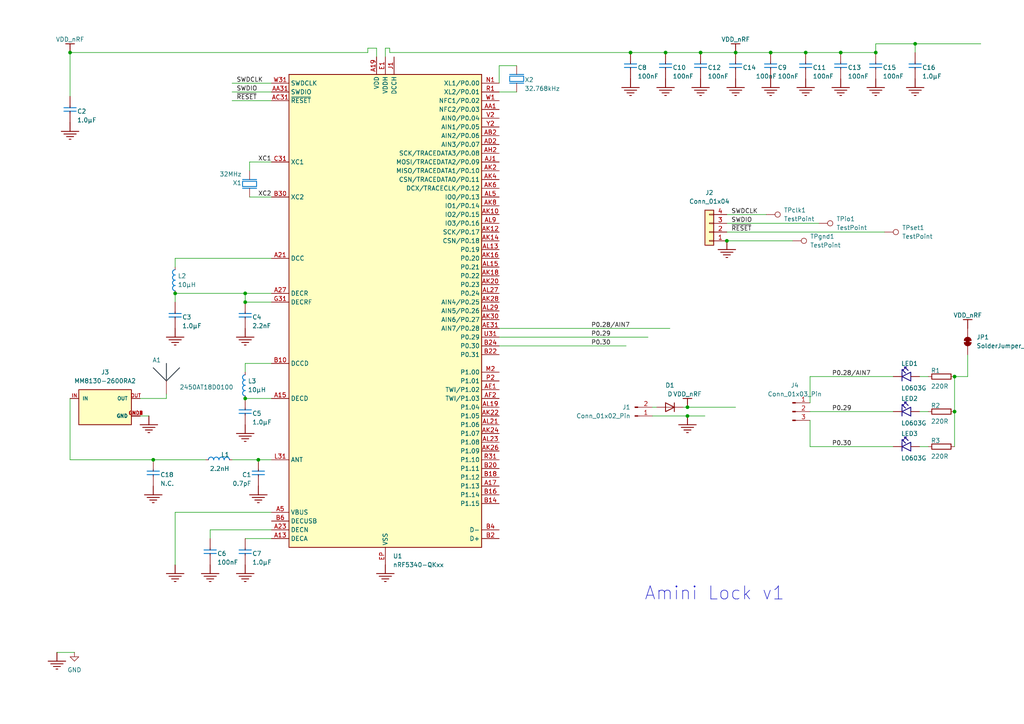
<source format=kicad_sch>
(kicad_sch (version 20231120) (generator "eeschema") (generator_version "8.0")
  (paper "A4")
  (junction (at 193.04 15.24))
  (junction (at 276.86 119.38))
  (junction (at 203.2 15.24))
  (junction (at 254 15.24))
  (junction (at 243.84 15.24))
  (junction (at 182.88 15.24))
  (junction (at 265.43 12.7))
  (junction (at 44.45 133.35))
  (junction (at 71.12 85.09))
  (junction (at 20.32 15.24))
  (junction (at 71.12 87.63))
  (junction (at 74.93 133.35))
  (junction (at 213.36 15.24))
  (junction (at 233.68 15.24))
  (junction (at 71.12 115.57))
  (junction (at 199.39 120.65))
  (junction (at 50.8 85.09))
  (junction (at 223.52 15.24))
  (junction (at 210.82 69.85))
  (junction (at 276.86 109.22))
  (junction (at 199.39 118.11))
  (wire (pts (xy 204.47 120.65) (xy 199.39 120.65)))
  (wire (pts (xy 144.78 100.33) (xy 181.61 100.33)))
  (wire (pts (xy 237.49 64.77) (xy 210.82 64.77)))
  (wire (pts (xy 74.93 133.35) (xy 78.74 133.35)))
  (wire (pts (xy 111.76 13.97) (xy 111.76 16.51)))
  (wire (pts (xy 189.23 118.11) (xy 190.5 118.11)))
  (wire (pts (xy 106.68 13.97) (xy 106.68 15.24)))
  (wire (pts (xy 78.74 74.93) (xy 50.8 74.93)))
  (wire (pts (xy 265.43 12.7) (xy 254 12.7)))
  (wire (pts (xy 254 12.7) (xy 254 15.24)))
  (wire (pts (xy 78.74 153.67) (xy 60.96 153.67)))
  (wire (pts (xy 78.74 115.57) (xy 71.12 115.57)))
  (wire (pts (xy 203.2 15.24) (xy 213.36 15.24)))
  (wire (pts (xy 72.39 46.99) (xy 72.39 49.53)))
  (wire (pts (xy 44.45 133.35) (xy 59.69 133.35)))
  (wire (pts (xy 78.74 85.09) (xy 71.12 85.09)))
  (wire (pts (xy 269.24 129.54) (xy 266.7 129.54)))
  (wire (pts (xy 50.8 74.93) (xy 50.8 77.47)))
  (wire (pts (xy 50.8 148.59) (xy 78.74 148.59)))
  (wire (pts (xy 276.86 119.38) (xy 276.86 109.22)))
  (wire (pts (xy 72.39 46.99) (xy 78.74 46.99)))
  (wire (pts (xy 106.68 13.97) (xy 109.22 13.97)))
  (wire (pts (xy 48.26 115.57) (xy 40.64 115.57)))
  (wire (pts (xy 234.95 119.38) (xy 259.08 119.38)))
  (wire (pts (xy 210.82 69.85) (xy 229.87 69.85)))
  (wire (pts (xy 234.95 109.22) (xy 234.95 116.84)))
  (wire (pts (xy 50.8 85.09) (xy 50.8 87.63)))
  (wire (pts (xy 50.8 163.83) (xy 50.8 148.59)))
  (wire (pts (xy 213.36 15.24) (xy 223.52 15.24)))
  (wire (pts (xy 269.24 109.22) (xy 266.7 109.22)))
  (wire (pts (xy 113.03 13.97) (xy 113.03 15.24)))
  (wire (pts (xy 113.03 13.97) (xy 111.76 13.97)))
  (wire (pts (xy 78.74 156.21) (xy 71.12 156.21)))
  (wire (pts (xy 198.12 118.11) (xy 199.39 118.11)))
  (wire (pts (xy 223.52 15.24) (xy 233.68 15.24)))
  (wire (pts (xy 182.88 15.24) (xy 193.04 15.24)))
  (wire (pts (xy 276.86 109.22) (xy 280.67 109.22)))
  (wire (pts (xy 109.22 13.97) (xy 109.22 16.51)))
  (wire (pts (xy 113.03 15.24) (xy 182.88 15.24)))
  (wire (pts (xy 43.18 120.65) (xy 40.64 120.65)))
  (wire (pts (xy 20.32 133.35) (xy 20.32 115.57)))
  (wire (pts (xy 71.12 87.63) (xy 71.12 85.09)))
  (wire (pts (xy 78.74 105.41) (xy 71.12 105.41)))
  (wire (pts (xy 144.78 97.79) (xy 187.96 97.79)))
  (wire (pts (xy 234.95 121.92) (xy 234.95 129.54)))
  (wire (pts (xy 78.74 24.13) (xy 67.31 24.13)))
  (wire (pts (xy 234.95 109.22) (xy 259.08 109.22)))
  (wire (pts (xy 78.74 87.63) (xy 71.12 87.63)))
  (wire (pts (xy 20.32 15.24) (xy 20.32 27.94)))
  (wire (pts (xy 233.68 15.24) (xy 243.84 15.24)))
  (wire (pts (xy 78.74 29.21) (xy 67.31 29.21)))
  (wire (pts (xy 243.84 15.24) (xy 254 15.24)))
  (wire (pts (xy 144.78 95.25) (xy 194.31 95.25)))
  (wire (pts (xy 213.36 118.11) (xy 199.39 118.11)))
  (wire (pts (xy 60.96 153.67) (xy 60.96 156.21)))
  (wire (pts (xy 189.23 120.65) (xy 199.39 120.65)))
  (wire (pts (xy 144.78 24.13) (xy 144.78 19.05)))
  (wire (pts (xy 234.95 129.54) (xy 259.08 129.54)))
  (wire (pts (xy 71.12 85.09) (xy 50.8 85.09)))
  (wire (pts (xy 20.32 133.35) (xy 44.45 133.35)))
  (wire (pts (xy 106.68 15.24) (xy 20.32 15.24)))
  (wire (pts (xy 16.51 189.23) (xy 21.59 189.23)))
  (wire (pts (xy 67.31 133.35) (xy 74.93 133.35)))
  (wire (pts (xy 144.78 26.67) (xy 149.86 26.67)))
  (wire (pts (xy 284.48 12.7) (xy 265.43 12.7)))
  (wire (pts (xy 48.26 114.3) (xy 48.26 115.57)))
  (wire (pts (xy 71.12 105.41) (xy 71.12 107.95)))
  (wire (pts (xy 72.39 57.15) (xy 78.74 57.15)))
  (wire (pts (xy 78.74 26.67) (xy 67.31 26.67)))
  (wire (pts (xy 144.78 19.05) (xy 149.86 19.05)))
  (wire (pts (xy 256.54 67.31) (xy 210.82 67.31)))
  (wire (pts (xy 222.25 62.23) (xy 210.82 62.23)))
  (wire (pts (xy 193.04 15.24) (xy 203.2 15.24)))
  (wire (pts (xy 280.67 102.87) (xy 280.67 109.22)))
  (wire (pts (xy 276.86 129.54) (xy 276.86 119.38)))
  (wire (pts (xy 266.7 119.38) (xy 269.24 119.38)))
  (wire (pts (xy 265.43 15.24) (xy 265.43 12.7)))
  (text "Amini Lock v1\n" (at 207.264 172.212 0) (effects (font (size 3.81 3.81))))
  (label "P0.29" (at 241.3 119.38 0))
  (label "SWDCLK" (at 68.58 24.13 0))
  (label "SWDIO" (at 68.58 26.67 0))
  (label "P0.28/AIN7" (at 241.3 109.22 0))
  (label "XC2" (at 78.74 57.15 180))
  (label "SWDIO" (at 212.09 64.77 0))
  (label "XC1" (at 78.74 46.99 180))
  (label "P0.29" (at 171.45 97.79 0))
  (label "SWDCLK" (at 212.09 62.23 0))
  (label "P0.28/AIN7" (at 171.45 95.25 0))
  (label "P0.30" (at 171.45 100.33 0))
  (label "~{RESET}" (at 212.09 67.31 0))
  (label "P0.30" (at 241.3 129.54 0))
  (label "~{RESET}" (at 68.58 29.21 0))
  (symbol (lib_id "pca10095_sheet4_misc-altium-import:root_0_mirrored_D{colon}LED") (at 266.7 109.22 0) (unit 1)
    (property "Reference" "LED1" (at 261.366 106.172 0) (effects (justify left bottom)))
    (property "Value" "${ALTIUM_VALUE}" (at 261.366 113.284 0) (effects (justify left bottom)))
    (property "Footprint" "LED_SMD:LED_0603_1608Metric" (effects (hide yes)))
    (property "Description" "LED, Green, 0603, 573nm, Vf=2.0V, 24mcd, - 40 to +85°C" (effects (hide yes)))
    (property "PART NUMBER" "VS 25C7M5" (effects (hide yes)))
    (property "MANUFACTURER" "Victory Electronics" (effects (hide yes)))
    (property "MANUFACTURER PART NUMBER" "VS 25C7M5" (effects (hide yes)))
    (property "FOOTPRINT DOC" "0603" (effects (hide yes)))
    (property "LATESTREVISIONDATE" "2020-10-23" (effects (hide yes)))
    (property "PIN COUNT" "2" (effects (hide yes)))
    (property "PUBLISHER" "Nordic Semiconductor" (effects (hide yes)))
    (property "PUBLISHED" "2017-08-21" (effects (hide yes)))
    (property "ALTIUM_VALUE" "L0603G" (effects (hide yes)))
    (property "NOTE" "N.A." (effects (hide yes)))
    (property "ARTIKKELNR NOCA" "13019193" (effects (hide yes)))
    (property "PART NUMBER IPS" "00000001274, 00000009961" (effects (hide yes)))
    (property "COMPONENTLINK1URL" "N.A." (effects (hide yes)))
    (property "COMPONENTLINK1DESCRIPTION" "Datasheet" (effects (hide yes)))
    (property "COMPONENTLINK2URL" "N.A." (effects (hide yes)))
    (property "COMPONENTLINK2DESCRIPTION" "Supplier link" (effects (hide yes)))
    (property "HELPURL" "~{\\}hiz~{z}pr~{o}app971~{7}Datashee~{t}optoelectronic~{s}Victory Electronic~{s}VS 25C7M5.pdf" (effects (hide yes)))
    (property "SUPPLIER 1" "EC Partner" (effects (hide yes)))
    (property "SUPPLIER PART NUMBER 1" "N.A." (effects (hide yes)))
    (property "SUPPLIER 2" "N.A." (effects (hide yes)))
    (property "SUPPLIER PART NUMBER 2" "N.A." (effects (hide yes)))
    (property "COMPONENT CLASS" "Optoelectronics" (effects (hide yes)))
    (property "PAD COUNT" "2" (effects (hide yes)))
    (property "PARTID" "101400097" (effects (hide yes)))
  )
  (symbol (lib_id "nrf5340_qkaa_config3-altium-import:GND_POWER_GROUND") (at 199.39 120.65 0) (unit 1)
    (property "Reference" "#PWR019" (effects (hide yes)))
    (property "Value" "GND" (effects (hide yes)))
  )
  (symbol (lib_id "nrf5340_qkaa_config3-altium-import:VDD_nRF_BAR") (at 20.32 15.24 180) (unit 1)
    (property "Reference" "#PWR02" (effects (hide yes)))
    (property "Value" "VDD_nRF" (at 20.32 11.43 0))
  )
  (symbol (lib_id "pca10143_sheet2_nrf5340_mcu-altium-import:root_1_mirrored_CAP") (at 74.93 140.97 0) (mirror y) (unit 1)
    (property "Reference" "C1" (at 72.898 138.43 0) (effects (justify left bottom)))
    (property "Value" "${ALTIUM_VALUE}" (at 72.898 140.97 0) (effects (justify left bottom)))
    (property "Footprint" "Inductor_SMD:L_0603_1608Metric" (effects (hide yes)))
    (property "Description" "Capacitor, Ceramic, NP0, ±0.1pF, 25V" (effects (hide yes)))
    (property "PART NUMBER" "C0201-0.7p-HQ-Murata" (effects (hide yes)))
    (property "MANUFACTURER" "Murata" (effects (hide yes)))
    (property "MANUFACTURER PART NUMBER" "GJM0335C1ER70BB01D" (effects (hide yes)))
    (property "LATESTREVISIONDATE" "2020-10-13" (effects (hide yes)))
    (property "PUBLISHED" "2020-03-05" (effects (hide yes)))
    (property "ALTIUM_VALUE" "0.7pF" (effects (hide yes)))
    (property "NOTE" "25V" (effects (hide yes)))
    (property "ARTIKKELNR NOCA" "N.A." (effects (hide yes)))
    (property "FOOTPRINT DOC" "0201" (effects (hide yes)))
    (property "COMPONENTLINK1URL" "https://search.murata.co.jp/Ceramy/image/img/A01X/G101/ENG/GJM0335C1ER70BB01-01.pdf" (effects (hide yes)))
    (property "COMPONENTLINK1DESCRIPTION" "Datasheet" (effects (hide yes)))
    (property "COMPONENTLINK2URL" "https://www.murata.com/en-eu/products/productdetail?partno=GJM0335C1ER70BB01%23" (effects (hide yes)))
    (property "COMPONENTLINK2DESCRIPTION" "Supplier link" (effects (hide yes)))
    (property "HELPURL" "https://www.digikey.no/product-detail/en/murata-electronics/GJM0335C1ER70BB01D/490-8076-1-ND/4380362" (effects (hide yes)))
    (property "SUPPLIER 1" "Digi-Key" (effects (hide yes)))
    (property "SUPPLIER PART NUMBER 1" "490-8076-1-ND" (effects (hide yes)))
    (property "SUPPLIER 2" "N.A." (effects (hide yes)))
    (property "SUPPLIER PART NUMBER 2" "N.A." (effects (hide yes)))
    (property "PART NUMBER IPS" "N.A." (effects (hide yes)))
    (property "COMPONENT CLASS" "Capacitors" (effects (hide yes)))
    (property "PAD COUNT" "2" (effects (hide yes)))
    (property "PARTID" "100200441" (effects (hide yes)))
    (property "AUTHOR" "rsk" (effects (hide yes)))
    (property "PART NUMBER NORAUTRON" "26470001" (effects (hide yes)))
    (property "COMPONENT STATUS" "Active" (effects (hide yes)))
    (property "PART NUMBER NEMS" "100200441" (effects (hide yes)))
  )
  (symbol (lib_id "nrf5340_qkaa_config3-altium-import:GND_POWER_GROUND") (at 210.82 69.85 0) (unit 1)
    (property "Reference" "#PWR021" (effects (hide yes)))
    (property "Value" "GND" (effects (hide yes)))
  )
  (symbol (lib_id "nrf5340_qkaa_config3-altium-import:GND_POWER_GROUND") (at 111.76 163.83 0) (mirror y) (unit 1)
    (property "Reference" "#PWR015" (effects (hide yes)))
    (property "Value" "GND" (effects (hide yes)))
  )
  (symbol (lib_id "nrf5340_qkaa_config3-altium-import:root_1_CAP") (at 265.43 22.86 0) (unit 1)
    (property "Reference" "C16" (at 267.462 20.32 0) (effects (justify left bottom)))
    (property "Value" "${ALTIUM_VALUE}" (at 267.462 22.86 0) (effects (justify left bottom)))
    (property "Footprint" "CAPC1005X04L" (effects (hide yes)))
    (property "Description" "Capacitor, X7S, ±10%" (effects (hide yes)))
    (property "ALTIUM_VALUE" "1.0µF" (effects (hide yes)))
    (property "FOOTPRINT DOC" "0402" (effects (hide yes)))
    (property "COMPONENT CLASS" "Capacitors" (effects (hide yes)))
    (property "PAD COUNT" "2" (effects (hide yes)))
  )
  (symbol (lib_id "nrf5340_qkaa_config3-altium-import:VDD_nRF_BAR") (at 213.36 15.24 180) (unit 1)
    (property "Reference" "#PWR022" (effects (hide yes)))
    (property "Value" "VDD_nRF" (at 213.36 11.43 0))
  )
  (symbol (lib_id "pca10095_sheet4_misc-altium-import:root_0_RES") (at 269.24 119.38 0) (unit 1)
    (property "Reference" "R2" (at 270.002 118.364 0) (effects (justify left bottom)))
    (property "Value" "${ALTIUM_VALUE}" (at 270.002 122.936 0) (effects (justify left bottom)))
    (property "Footprint" "RESC0603X03L_C" (effects (hide yes)))
    (property "Description" "Resistor, ±1%, 0.05W" (effects (hide yes)))
    (property "PART NUMBER" "R0201-220" (effects (hide yes)))
    (property "MANUFACTURER" "N.A." (effects (hide yes)))
    (property "MANUFACTURER PART NUMBER" "N.A." (effects (hide yes)))
    (property "LATESTREVISIONDATE" "2014-11-13" (effects (hide yes)))
    (property "PIN COUNT" "2" (effects (hide yes)))
    (property "PUBLISHER" "Nordic Semiconductor" (effects (hide yes)))
    (property "PUBLISHED" "2014-11-13" (effects (hide yes)))
    (property "ALTIUM_VALUE" "220R" (effects (hide yes)))
    (property "NOTE" "Chip Res 1%" (effects (hide yes)))
    (property "ARTIKKELNR NOCA" "N.A." (effects (hide yes)))
    (property "FOOTPRINT DOC" "0201" (effects (hide yes)))
    (property "PART NUMBER IPS" "00000000863" (effects (hide yes)))
    (property "COMPONENTLINK1URL" "N.A." (effects (hide yes)))
    (property "COMPONENTLINK1DESCRIPTION" "Datasheet" (effects (hide yes)))
    (property "COMPONENTLINK2URL" "N.A." (effects (hide yes)))
    (property "COMPONENTLINK2DESCRIPTION" "Supplier link" (effects (hide yes)))
    (property "HELPURL" "N.A." (effects (hide yes)))
    (property "SUPPLIER 1" "N.A." (effects (hide yes)))
    (property "SUPPLIER PART NUMBER 1" "N.A." (effects (hide yes)))
    (property "SUPPLIER 2" "N.A." (effects (hide yes)))
    (property "SUPPLIER PART NUMBER 2" "N.A." (effects (hide yes)))
    (property "COMPONENT CLASS" "Resistors" (effects (hide yes)))
    (property "PAD COUNT" "2" (effects (hide yes)))
    (property "PARTID" "100100032" (effects (hide yes)))
  )
  (symbol (lib_id "nrf5340_qkaa_config3-altium-import:GND_POWER_GROUND") (at 265.43 22.86 0) (unit 1)
    (property "Reference" "#PWR031" (effects (hide yes)))
    (property "Value" "GND" (effects (hide yes)))
  )
  (symbol (lib_id "nrf5340_qkaa_config3-altium-import:GND_POWER_GROUND") (at 20.32 35.56 0) (unit 1)
    (property "Reference" "#PWR03" (effects (hide yes)))
    (property "Value" "GND" (effects (hide yes)))
  )
  (symbol (lib_id "nrf5340_qkaa_config3-altium-import:root_1_XTAL_4-pin_grounded") (at 72.39 49.53 180) (unit 1)
    (property "Reference" "X1" (at 70.104 52.324 0) (effects (justify left bottom)))
    (property "Value" "${ALTIUM_VALUE}" (at 70.104 49.784 0) (effects (justify left bottom)))
    (property "Footprint" "BT-XTAL_2016" (effects (hide yes)))
    (property "Description" "XTAL SMD 2016, 32MHz, Cl=8pF, Total Tol: ±30ppm" (effects (hide yes)))
    (property "ALTIUM_VALUE" "32MHz" (effects (hide yes)))
    (property "FOOTPRINT DOC" "XTAL_2016" (effects (hide yes)))
    (property "COMPONENT CLASS" "Oscillators" (effects (hide yes)))
    (property "PAD COUNT" "4" (effects (hide yes)))
  )
  (symbol (lib_id "nrf5340_qkaa_config3-altium-import:root_3_CAP") (at 243.84 15.24 0) (unit 1)
    (property "Reference" "C13" (at 245.872 20.32 0) (effects (justify left bottom)))
    (property "Value" "${ALTIUM_VALUE}" (at 245.872 22.86 0) (effects (justify left bottom)))
    (property "Footprint" "CAPC0603X03L_C" (effects (hide yes)))
    (property "Description" "Capacitor, X7S, ±10%" (effects (hide yes)))
    (property "ALTIUM_VALUE" "100nF" (effects (hide yes)))
    (property "FOOTPRINT DOC" "0201" (effects (hide yes)))
    (property "COMPONENT CLASS" "Capacitors" (effects (hide yes)))
    (property "PAD COUNT" "2" (effects (hide yes)))
  )
  (symbol (lib_id "nrf5340_qkaa_config3-altium-import:GND_POWER_GROUND") (at 182.88 22.86 0) (unit 1)
    (property "Reference" "#PWR016" (effects (hide yes)))
    (property "Value" "GND" (effects (hide yes)))
  )
  (symbol (lib_id "nrf5340_qkaa_config3-altium-import:GND_POWER_GROUND") (at 203.2 22.86 0) (unit 1)
    (property "Reference" "#PWR020" (effects (hide yes)))
    (property "Value" "GND" (effects (hide yes)))
  )
  (symbol (lib_id "pca10095_sheet4_misc-altium-import:root_0_mirrored_D{colon}LED") (at 266.7 129.54 0) (unit 1)
    (property "Reference" "LED3" (at 261.366 126.492 0) (effects (justify left bottom)))
    (property "Value" "${ALTIUM_VALUE}" (at 261.366 133.604 0) (effects (justify left bottom)))
    (property "Footprint" "LED_SMD:LED_0603_1608Metric" (effects (hide yes)))
    (property "Description" "LED, Green, 0603, 573nm, Vf=2.0V, 24mcd, - 40 to +85°C" (effects (hide yes)))
    (property "PART NUMBER" "VS 25C7M5" (effects (hide yes)))
    (property "MANUFACTURER" "Victory Electronics" (effects (hide yes)))
    (property "MANUFACTURER PART NUMBER" "VS 25C7M5" (effects (hide yes)))
    (property "FOOTPRINT DOC" "0603" (effects (hide yes)))
    (property "LATESTREVISIONDATE" "2020-10-23" (effects (hide yes)))
    (property "PIN COUNT" "2" (effects (hide yes)))
    (property "PUBLISHER" "Nordic Semiconductor" (effects (hide yes)))
    (property "PUBLISHED" "2017-08-21" (effects (hide yes)))
    (property "ALTIUM_VALUE" "L0603G" (effects (hide yes)))
    (property "NOTE" "N.A." (effects (hide yes)))
    (property "ARTIKKELNR NOCA" "13019193" (effects (hide yes)))
    (property "PART NUMBER IPS" "00000001274, 00000009961" (effects (hide yes)))
    (property "COMPONENTLINK1URL" "N.A." (effects (hide yes)))
    (property "COMPONENTLINK1DESCRIPTION" "Datasheet" (effects (hide yes)))
    (property "COMPONENTLINK2URL" "N.A." (effects (hide yes)))
    (property "COMPONENTLINK2DESCRIPTION" "Supplier link" (effects (hide yes)))
    (property "HELPURL" "~{\\}hiz~{z}pr~{o}app971~{7}Datashee~{t}optoelectronic~{s}Victory Electronic~{s}VS 25C7M5.pdf" (effects (hide yes)))
    (property "SUPPLIER 1" "EC Partner" (effects (hide yes)))
    (property "SUPPLIER PART NUMBER 1" "N.A." (effects (hide yes)))
    (property "SUPPLIER 2" "N.A." (effects (hide yes)))
    (property "SUPPLIER PART NUMBER 2" "N.A." (effects (hide yes)))
    (property "COMPONENT CLASS" "Optoelectronics" (effects (hide yes)))
    (property "PAD COUNT" "2" (effects (hide yes)))
    (property "PARTID" "101400097" (effects (hide yes)))
  )
  (symbol (lib_id "nrf5340_qkaa_config3-altium-import:root_3_CAP") (at 193.04 15.24 0) (unit 1)
    (property "Reference" "C10" (at 195.072 20.32 0) (effects (justify left bottom)))
    (property "Value" "${ALTIUM_VALUE}" (at 195.072 22.86 0) (effects (justify left bottom)))
    (property "Footprint" "CAPC0603X03L_C" (effects (hide yes)))
    (property "Description" "Capacitor, X7S, ±10%" (effects (hide yes)))
    (property "ALTIUM_VALUE" "100nF" (effects (hide yes)))
    (property "FOOTPRINT DOC" "0201" (effects (hide yes)))
    (property "COMPONENT CLASS" "Capacitors" (effects (hide yes)))
    (property "PAD COUNT" "2" (effects (hide yes)))
  )
  (symbol (lib_id "nrf5340_qkaa_config3-altium-import:GND_POWER_GROUND") (at 243.84 22.86 0) (unit 1)
    (property "Reference" "#PWR027" (effects (hide yes)))
    (property "Value" "GND" (effects (hide yes)))
  )
  (symbol (lib_id "Connector:TestPoint") (at 256.54 67.31 270) (unit 1)
    (property "Reference" "TPset1" (at 261.62 66.0399 90) (effects (justify left)))
    (property "Value" "TestPoint" (at 261.62 68.5799 90) (effects (justify left)))
    (property "Footprint" "TestPoint:TestPoint_Pad_D1.5mm" (effects (hide yes)))
    (property "Description" "test point" (effects (hide yes)))
  )
  (symbol (lib_id "pca10143_sheet2_nrf5340_mcu-altium-import:GND_POWER_GROUND") (at 44.45 140.97 0) (mirror y) (unit 1)
    (property "Reference" "#PWR07" (effects (hide yes)))
    (property "Value" "GND" (effects (hide yes)))
  )
  (symbol (lib_id "pca10095_sheet4_misc-altium-import:root_0_RES") (at 269.24 129.54 0) (unit 1)
    (property "Reference" "R3" (at 270.002 128.524 0) (effects (justify left bottom)))
    (property "Value" "${ALTIUM_VALUE}" (at 270.002 133.096 0) (effects (justify left bottom)))
    (property "Footprint" "RESC0603X03L_C" (effects (hide yes)))
    (property "Description" "Resistor, ±1%, 0.05W" (effects (hide yes)))
    (property "PART NUMBER" "R0201-220" (effects (hide yes)))
    (property "MANUFACTURER" "N.A." (effects (hide yes)))
    (property "MANUFACTURER PART NUMBER" "N.A." (effects (hide yes)))
    (property "LATESTREVISIONDATE" "2014-11-13" (effects (hide yes)))
    (property "PIN COUNT" "2" (effects (hide yes)))
    (property "PUBLISHER" "Nordic Semiconductor" (effects (hide yes)))
    (property "PUBLISHED" "2014-11-13" (effects (hide yes)))
    (property "ALTIUM_VALUE" "220R" (effects (hide yes)))
    (property "NOTE" "Chip Res 1%" (effects (hide yes)))
    (property "ARTIKKELNR NOCA" "N.A." (effects (hide yes)))
    (property "FOOTPRINT DOC" "0201" (effects (hide yes)))
    (property "PART NUMBER IPS" "00000000863" (effects (hide yes)))
    (property "COMPONENTLINK1URL" "N.A." (effects (hide yes)))
    (property "COMPONENTLINK1DESCRIPTION" "Datasheet" (effects (hide yes)))
    (property "COMPONENTLINK2URL" "N.A." (effects (hide yes)))
    (property "COMPONENTLINK2DESCRIPTION" "Supplier link" (effects (hide yes)))
    (property "HELPURL" "N.A." (effects (hide yes)))
    (property "SUPPLIER 1" "N.A." (effects (hide yes)))
    (property "SUPPLIER PART NUMBER 1" "N.A." (effects (hide yes)))
    (property "SUPPLIER 2" "N.A." (effects (hide yes)))
    (property "SUPPLIER PART NUMBER 2" "N.A." (effects (hide yes)))
    (property "COMPONENT CLASS" "Resistors" (effects (hide yes)))
    (property "PAD COUNT" "2" (effects (hide yes)))
    (property "PARTID" "100100032" (effects (hide yes)))
  )
  (symbol (lib_id "Connector:TestPoint") (at 237.49 64.77 270) (unit 1)
    (property "Reference" "TPio1" (at 242.57 63.4999 90) (effects (justify left)))
    (property "Value" "TestPoint" (at 242.57 66.0399 90) (effects (justify left)))
    (property "Footprint" "TestPoint:TestPoint_Pad_D1.5mm" (effects (hide yes)))
    (property "Description" "test point" (effects (hide yes)))
  )
  (symbol (lib_id "pca10143_sheet2_nrf5340_mcu-altium-import:root_1_CAP") (at 44.45 140.97 0) (unit 1)
    (property "Reference" "C18" (at 46.482 138.43 0) (effects (justify left bottom)))
    (property "Value" "${ALTIUM_VALUE}" (at 46.482 140.97 0) (effects (justify left bottom)))
    (property "Footprint" "Inductor_SMD:L_0603_1608Metric" (effects (hide yes)))
    (property "Description" "Not mounted" (effects (hide yes)))
    (property "PART NUMBER" "C0201-N.C." (effects (hide yes)))
    (property "LATESTREVISIONDATE" "2014-11-13" (effects (hide yes)))
    (property "PUBLISHED" "2014-11-13" (effects (hide yes)))
    (property "ALTIUM_VALUE" "N.C." (effects (hide yes)))
    (property "NOTE" "Chip Cap" (effects (hide yes)))
    (property "FOOTPRINT DOC" "0201" (effects (hide yes)))
    (property "ASSEMBLY" "Not mounted" (effects (hide yes)))
    (property "MANUFACTURER" "N.A." (effects (hide yes)))
    (property "MANUFACTURER PART NUMBER" "N.A." (effects (hide yes)))
    (property "ARTIKKELNR NOCA" "N.A." (effects (hide yes)))
    (property "PART NUMBER IPS" "N.A." (effects (hide yes)))
    (property "COMPONENTLINK1URL" "N.A." (effects (hide yes)))
    (property "COMPONENTLINK1DESCRIPTION" "Datasheet" (effects (hide yes)))
    (property "COMPONENTLINK2URL" "N.A." (effects (hide yes)))
    (property "COMPONENTLINK2DESCRIPTION" "Supplier link" (effects (hide yes)))
    (property "HELPURL" "N.A." (effects (hide yes)))
    (property "SUPPLIER 1" "N.A." (effects (hide yes)))
    (property "SUPPLIER PART NUMBER 1" "N.A." (effects (hide yes)))
    (property "SUPPLIER 2" "N.A." (effects (hide yes)))
    (property "SUPPLIER PART NUMBER 2" "N.A." (effects (hide yes)))
    (property "COMPONENT CLASS" "Capacitors" (effects (hide yes)))
    (property "PAD COUNT" "2" (effects (hide yes)))
    (property "PARTID" "100200001" (effects (hide yes)))
    (property "AUTHOR" "rsk" (effects (hide yes)))
    (property "PART NUMBER NORAUTRON" "N.A." (effects (hide yes)))
    (property "COMPONENT STATUS" "Active" (effects (hide yes)))
    (property "PART NUMBER NEMS" "100200001" (effects (hide yes)))
  )
  (symbol (lib_id "pca10143_sheet2_nrf5340_mcu-altium-import:GND_POWER_GROUND") (at 74.93 140.97 0) (mirror y) (unit 1)
    (property "Reference" "#PWR014" (effects (hide yes)))
    (property "Value" "GND" (effects (hide yes)))
  )
  (symbol (lib_id "Connector:Conn_01x03_Pin") (at 229.87 119.38 0) (unit 1)
    (property "Reference" "J4" (at 230.505 111.76 0))
    (property "Value" "Conn_01x03_Pin" (at 230.505 114.3 0))
    (property "Footprint" "Connector_PinHeader_2.00mm:PinHeader_1x03_P2.00mm_Vertical" (effects (hide yes)))
    (property "Description" "Generic connector, single row, 01x03, script generated" (effects (hide yes)))
  )
  (symbol (lib_id "nrf5340_qkaa_config3-altium-import:root_3_CAP") (at 233.68 15.24 0) (unit 1)
    (property "Reference" "C11" (at 235.712 20.32 0) (effects (justify left bottom)))
    (property "Value" "${ALTIUM_VALUE}" (at 235.712 22.86 0) (effects (justify left bottom)))
    (property "Footprint" "CAPC0603X03L_C" (effects (hide yes)))
    (property "Description" "Capacitor, X7S, ±10%" (effects (hide yes)))
    (property "ALTIUM_VALUE" "100nF" (effects (hide yes)))
    (property "FOOTPRINT DOC" "0201" (effects (hide yes)))
    (property "COMPONENT CLASS" "Capacitors" (effects (hide yes)))
    (property "PAD COUNT" "2" (effects (hide yes)))
  )
  (symbol (lib_id "nrf5340_qkaa_config3-altium-import:VDD_nRF_BAR") (at 280.67 95.25 180) (unit 1)
    (property "Reference" "#PWR033" (effects (hide yes)))
    (property "Value" "VDD_nRF" (at 280.67 91.44 0))
  )
  (symbol (lib_id "nrf5340_qkaa_config3-altium-import:GND_POWER_GROUND") (at 193.04 22.86 0) (unit 1)
    (property "Reference" "#PWR017" (effects (hide yes)))
    (property "Value" "GND" (effects (hide yes)))
  )
  (symbol (lib_id "nrf5340_qkaa_config3-altium-import:root_3_CAP") (at 20.32 27.94 0) (unit 1)
    (property "Reference" "C2" (at 22.352 33.02 0) (effects (justify left bottom)))
    (property "Value" "${ALTIUM_VALUE}" (at 22.352 35.56 0) (effects (justify left bottom)))
    (property "Footprint" "CAPC1005X04L" (effects (hide yes)))
    (property "Description" "Capacitor, X7S, ±10%" (effects (hide yes)))
    (property "ALTIUM_VALUE" "1.0µF" (effects (hide yes)))
    (property "FOOTPRINT DOC" "0402" (effects (hide yes)))
    (property "COMPONENT CLASS" "Capacitors" (effects (hide yes)))
    (property "PAD COUNT" "2" (effects (hide yes)))
  )
  (symbol (lib_id "MM8130-2600RA2:MM8130-2600RA2") (at 30.48 118.11 0) (unit 1)
    (property "Reference" "J3" (at 30.48 107.95 0))
    (property "Value" "MM8130-2600RA2" (at 30.48 110.49 0))
    (property "Footprint" "MM8130-2600RA2 antenna:MURATA_MM8130-2600RA2" (effects (hide yes)))
    (property "MF" "Murata" (effects (hide yes)))
    (property "Description_1" "\nSWF Connector Receptacle, Female Socket 50 Ohms Surface Mount Solder\n" (effects (hide yes)))
    (property "Package" "None" (effects (hide yes)))
    (property "Price" "None" (effects (hide yes)))
    (property "Check_prices" "https://www.snapeda.com/parts/MM8130-2600RA2/Murata+Electronics+North+America/view-part/?ref=eda" (effects (hide yes)))
    (property "SnapEDA_Link" "https://www.snapeda.com/parts/MM8130-2600RA2/Murata+Electronics+North+America/view-part/?ref=snap" (effects (hide yes)))
    (property "MP" "MM8130-2600RA2" (effects (hide yes)))
    (property "Availability" "In Stock" (effects (hide yes)))
    (property "MANUFACTURER" "MURATA" (effects (hide yes)))
  )
  (symbol (lib_id "nrf5340_qkaa_config3-altium-import:GND_POWER_GROUND") (at 71.12 163.83 0) (unit 1)
    (property "Reference" "#PWR013" (effects (hide yes)))
    (property "Value" "GND" (effects (hide yes)))
  )
  (symbol (lib_id "nrf5340_qkaa_config3-altium-import:root_3_XTAL_2-pin") (at 149.86 19.05 0) (unit 1)
    (property "Reference" "X2" (at 152.146 23.876 0) (effects (justify left bottom)))
    (property "Value" "${ALTIUM_VALUE}" (at 152.146 26.416 0) (effects (justify left bottom)))
    (property "Footprint" "XTAL_2012" (effects (hide yes)))
    (property "Description" "XTAL SMD 2012, 32.768kHz, Cl=9pF, Total Tol: ±50ppm" (effects (hide yes)))
    (property "ALTIUM_VALUE" "32.768kHz" (effects (hide yes)))
    (property "FOOTPRINT DOC" "XTAL_2012" (effects (hide yes)))
    (property "COMPONENT CLASS" "Oscillators" (effects (hide yes)))
    (property "PAD COUNT" "2" (effects (hide yes)))
  )
  (symbol (lib_id "nrf5340_qkaa_config3-altium-import:root_1_CAP") (at 71.12 163.83 0) (unit 1)
    (property "Reference" "C7" (at 73.152 161.29 0) (effects (justify left bottom)))
    (property "Value" "${ALTIUM_VALUE}" (at 73.152 163.83 0) (effects (justify left bottom)))
    (property "Footprint" "Capacitor_SMD:C_0402_1005Metric" (effects (hide yes)))
    (property "Description" "Capacitor, X7S, ±10%" (effects (hide yes)))
    (property "ALTIUM_VALUE" "1.0µF" (effects (hide yes)))
    (property "FOOTPRINT DOC" "0402" (effects (hide yes)))
    (property "COMPONENT CLASS" "Capacitors" (effects (hide yes)))
    (property "PAD COUNT" "2" (effects (hide yes)))
  )
  (symbol (lib_id "Connector:Conn_01x02_Pin") (at 184.15 120.65 0) (mirror x) (unit 1)
    (property "Reference" "J1" (at 182.88 118.1099 0) (effects (justify right)))
    (property "Value" "Conn_01x02_Pin" (at 182.88 120.6499 0) (effects (justify right)))
    (property "Footprint" "Connector_PinHeader_2.00mm:PinHeader_1x02_P2.00mm_Vertical" (effects (hide yes)))
    (property "Description" "Generic connector, single row, 01x02, script generated" (effects (hide yes)))
  )
  (symbol (lib_id "nrf5340_qkaa_config3-altium-import:root_3_CAP") (at 71.12 87.63 0) (unit 1)
    (property "Reference" "C4" (at 73.152 92.71 0) (effects (justify left bottom)))
    (property "Value" "${ALTIUM_VALUE}" (at 73.152 95.25 0) (effects (justify left bottom)))
    (property "Footprint" "CAPC0603X03L_C" (effects (hide yes)))
    (property "Description" "Capacitor, X7R, ±10%" (effects (hide yes)))
    (property "ALTIUM_VALUE" "2.2nF" (effects (hide yes)))
    (property "FOOTPRINT DOC" "0201" (effects (hide yes)))
    (property "COMPONENT CLASS" "Capacitors" (effects (hide yes)))
    (property "PAD COUNT" "2" (effects (hide yes)))
  )
  (symbol (lib_id "nrf5340_qkaa_config3-altium-import:GND_POWER_GROUND") (at 71.12 123.19 0) (unit 1)
    (property "Reference" "#PWR012" (effects (hide yes)))
    (property "Value" "GND" (effects (hide yes)))
  )
  (symbol (lib_id "pca10095_sheet4_misc-altium-import:root_0_mirrored_D{colon}LED") (at 266.7 119.38 0) (unit 1)
    (property "Reference" "LED2" (at 261.366 116.332 0) (effects (justify left bottom)))
    (property "Value" "${ALTIUM_VALUE}" (at 261.366 123.444 0) (effects (justify left bottom)))
    (property "Footprint" "LED_SMD:LED_0603_1608Metric" (effects (hide yes)))
    (property "Description" "LED, Green, 0603, 573nm, Vf=2.0V, 24mcd, - 40 to +85°C" (effects (hide yes)))
    (property "PART NUMBER" "VS 25C7M5" (effects (hide yes)))
    (property "MANUFACTURER" "Victory Electronics" (effects (hide yes)))
    (property "MANUFACTURER PART NUMBER" "VS 25C7M5" (effects (hide yes)))
    (property "FOOTPRINT DOC" "0603" (effects (hide yes)))
    (property "LATESTREVISIONDATE" "2020-10-23" (effects (hide yes)))
    (property "PIN COUNT" "2" (effects (hide yes)))
    (property "PUBLISHER" "Nordic Semiconductor" (effects (hide yes)))
    (property "PUBLISHED" "2017-08-21" (effects (hide yes)))
    (property "ALTIUM_VALUE" "L0603G" (effects (hide yes)))
    (property "NOTE" "N.A." (effects (hide yes)))
    (property "ARTIKKELNR NOCA" "13019193" (effects (hide yes)))
    (property "PART NUMBER IPS" "00000001274, 00000009961" (effects (hide yes)))
    (property "COMPONENTLINK1URL" "N.A." (effects (hide yes)))
    (property "COMPONENTLINK1DESCRIPTION" "Datasheet" (effects (hide yes)))
    (property "COMPONENTLINK2URL" "N.A." (effects (hide yes)))
    (property "COMPONENTLINK2DESCRIPTION" "Supplier link" (effects (hide yes)))
    (property "HELPURL" "~{\\}hiz~{z}pr~{o}app971~{7}Datashee~{t}optoelectronic~{s}Victory Electronic~{s}VS 25C7M5.pdf" (effects (hide yes)))
    (property "SUPPLIER 1" "EC Partner" (effects (hide yes)))
    (property "SUPPLIER PART NUMBER 1" "N.A." (effects (hide yes)))
    (property "SUPPLIER 2" "N.A." (effects (hide yes)))
    (property "SUPPLIER PART NUMBER 2" "N.A." (effects (hide yes)))
    (property "COMPONENT CLASS" "Optoelectronics" (effects (hide yes)))
    (property "PAD COUNT" "2" (effects (hide yes)))
    (property "PARTID" "101400097" (effects (hide yes)))
  )
  (symbol (lib_id "nrf5340_qkaa_config3-altium-import:root_1_CAP") (at 50.8 95.25 0) (unit 1)
    (property "Reference" "C3" (at 52.832 92.71 0) (effects (justify left bottom)))
    (property "Value" "${ALTIUM_VALUE}" (at 52.832 95.25 0) (effects (justify left bottom)))
    (property "Footprint" "CAPC1005X04L" (effects (hide yes)))
    (property "Description" "Capacitor, X7S, ±10%" (effects (hide yes)))
    (property "ALTIUM_VALUE" "1.0µF" (effects (hide yes)))
    (property "FOOTPRINT DOC" "0402" (effects (hide yes)))
    (property "COMPONENT CLASS" "Capacitors" (effects (hide yes)))
    (property "PAD COUNT" "2" (effects (hide yes)))
  )
  (symbol (lib_id "Connector_Generic:Conn_01x04") (at 205.74 67.31 180) (unit 1)
    (property "Reference" "J2" (at 205.74 55.88 0))
    (property "Value" "Conn_01x04" (at 205.74 58.42 0))
    (property "Footprint" "Connector_JST:JST_SH_SM04B-SRSS-TB_1x04-1MP_P1.00mm_Horizontal" (effects (hide yes)))
    (property "Description" "Generic connector, single row, 01x04, script generated (kicad-library-utils/schlib/autogen/connector/)" (effects (hide yes)))
  )
  (symbol (lib_id "pca10143_sheet2_nrf5340_mcu-altium-import:root_0_Antenna with GND") (at 48.26 110.49 0) (unit 1)
    (property "Reference" "A1" (at 44.196 105.156 0) (effects (justify left bottom)))
    (property "Value" "${ALTIUM_VALUE}" (at 52.07 113.03 0) (effects (justify left bottom)))
    (property "Footprint" "Nordic_Semiconductor:2450AT18D0100_STD-R" (effects (hide yes)))
    (property "Description" "2.45 GHz chip antenna" (effects (hide yes)))
    (property "PART NUMBER" "Johanson 2450AT18D0100_STD-R" (effects (hide yes)))
    (property "PARTID" "100700005" (effects (hide yes)))
    (property "COMPONENT CLASS" "Antennas" (effects (hide yes)))
    (property "AUTHOR" "rsk" (effects (hide yes)))
    (property "MANUFACTURER" "Johanson Technology" (effects (hide yes)))
    (property "MANUFACTURER PART NUMBER" "2450AT18D0100" (effects (hide yes)))
    (property "COMPONENTLINK1URL" "N.A." (effects (hide yes)))
    (property "COMPONENTLINK1DESCRIPTION" "Datasheet" (effects (hide yes)))
    (property "COMPONENTLINK2URL" "N.A." (effects (hide yes)))
    (property "COMPONENTLINK2DESCRIPTION" "Supplier link" (effects (hide yes)))
    (property "HELPURL" "http://www.johansontechnology.com/datasheets/antennas/2450AT18D0100.pdf" (effects (hide yes)))
    (property "FOOTPRINT DOC" "2450AT18D0100" (effects (hide yes)))
    (property "LATESTREVISIONDATE" "2016-06-02" (effects (hide yes)))
    (property "PAD COUNT" "4" (effects (hide yes)))
    (property "PUBLISHED" "2016-01-12" (effects (hide yes)))
    (property "ALTIUM_VALUE" "2450AT18D0100" (effects (hide yes)))
    (property "NOTE" "N.A." (effects (hide yes)))
    (property "SUPPLIER 1" "Digi-Key" (effects (hide yes)))
    (property "SUPPLIER PART NUMBER 1" "2450AT18D0100E" (effects (hide yes)))
    (property "SUPPLIER 2" "Mouser" (effects (hide yes)))
    (property "SUPPLIER PART NUMBER 2" "609-2450AT18D0100E" (effects (hide yes)))
    (property "ARTIKKELNR NOCA" "53059035" (effects (hide yes)))
    (property "PART NUMBER IPS" "00000001415" (effects (hide yes)))
    (property "PART NUMBER NORAUTRON" "N.A." (effects (hide yes)))
    (property "COMPONENT STATUS" "Active" (effects (hide yes)))
    (property "PART NUMBER NEMS" "100700005" (effects (hide yes)))
  )
  (symbol (lib_id "nrf5340_qkaa_config3-altium-import:GND_POWER_GROUND") (at 213.36 22.86 0) (unit 1)
    (property "Reference" "#PWR023" (effects (hide yes)))
    (property "Value" "GND" (effects (hide yes)))
  )
  (symbol (lib_id "pca10095_sheet4_misc-altium-import:root_0_RES") (at 269.24 109.22 0) (unit 1)
    (property "Reference" "R1" (at 270.002 108.204 0) (effects (justify left bottom)))
    (property "Value" "${ALTIUM_VALUE}" (at 270.002 112.776 0) (effects (justify left bottom)))
    (property "Footprint" "RESC0603X03L_C" (effects (hide yes)))
    (property "Description" "Resistor, ±1%, 0.05W" (effects (hide yes)))
    (property "PART NUMBER" "R0201-220" (effects (hide yes)))
    (property "MANUFACTURER" "N.A." (effects (hide yes)))
    (property "MANUFACTURER PART NUMBER" "N.A." (effects (hide yes)))
    (property "LATESTREVISIONDATE" "2014-11-13" (effects (hide yes)))
    (property "PIN COUNT" "2" (effects (hide yes)))
    (property "PUBLISHER" "Nordic Semiconductor" (effects (hide yes)))
    (property "PUBLISHED" "2014-11-13" (effects (hide yes)))
    (property "ALTIUM_VALUE" "220R" (effects (hide yes)))
    (property "NOTE" "Chip Res 1%" (effects (hide yes)))
    (property "ARTIKKELNR NOCA" "N.A." (effects (hide yes)))
    (property "FOOTPRINT DOC" "0201" (effects (hide yes)))
    (property "PART NUMBER IPS" "00000000863" (effects (hide yes)))
    (property "COMPONENTLINK1URL" "N.A." (effects (hide yes)))
    (property "COMPONENTLINK1DESCRIPTION" "Datasheet" (effects (hide yes)))
    (property "COMPONENTLINK2URL" "N.A." (effects (hide yes)))
    (property "COMPONENTLINK2DESCRIPTION" "Supplier link" (effects (hide yes)))
    (property "HELPURL" "N.A." (effects (hide yes)))
    (property "SUPPLIER 1" "N.A." (effects (hide yes)))
    (property "SUPPLIER PART NUMBER 1" "N.A." (effects (hide yes)))
    (property "SUPPLIER 2" "N.A." (effects (hide yes)))
    (property "SUPPLIER PART NUMBER 2" "N.A." (effects (hide yes)))
    (property "COMPONENT CLASS" "Resistors" (effects (hide yes)))
    (property "PAD COUNT" "2" (effects (hide yes)))
    (property "PARTID" "100100032" (effects (hide yes)))
  )
  (symbol (lib_id "pca10143_sheet2_nrf5340_mcu-altium-import:GND_POWER_GROUND") (at 43.18 120.65 0) (mirror y) (unit 1)
    (property "Reference" "#PWR05" (effects (hide yes)))
    (property "Value" "GND" (effects (hide yes)))
  )
  (symbol (lib_id "MCU_Nordic:nRF5340-QKxx") (at 111.76 90.17 0) (unit 1)
    (property "Reference" "U1" (at 113.9541 161.29 0) (effects (justify left)))
    (property "Value" "nRF5340-QKxx" (at 113.9541 163.83 0) (effects (justify left)))
    (property "Footprint" "Package_DFN_QFN:Nordic_AQFN-94-1EP_7x7mm_P0.4mm" (effects (hide yes)))
    (property "Datasheet" "https://infocenter.nordicsemi.com/pdf/nRF5340_PS_v1.2.pdf" (effects (hide yes)))
    (property "Description" "nRF5340, BLE, NFC, Thread, Zigbee, ARM M33 SoC, Dual Core, AQFN-94" (effects (hide yes)))
  )
  (symbol (lib_id "Connector:TestPoint") (at 222.25 62.23 270) (unit 1)
    (property "Reference" "TPclk1" (at 227.33 60.9599 90) (effects (justify left)))
    (property "Value" "TestPoint" (at 227.33 63.4999 90) (effects (justify left)))
    (property "Footprint" "TestPoint:TestPoint_Pad_D1.5mm" (effects (hide yes)))
    (property "Description" "test point" (effects (hide yes)))
  )
  (symbol (lib_id "nrf5340_qkaa_config3-altium-import:GND_POWER_GROUND") (at 50.8 163.83 0) (unit 1)
    (property "Reference" "#PWR09" (effects (hide yes)))
    (property "Value" "GND" (effects (hide yes)))
  )
  (symbol (lib_id "nrf5340_qkaa_config3-altium-import:GND_POWER_GROUND") (at 223.52 22.86 0) (unit 1)
    (property "Reference" "#PWR024" (effects (hide yes)))
    (property "Value" "GND" (effects (hide yes)))
  )
  (symbol (lib_id "nrf5340_qkaa_config3-altium-import:VDD_nRF_BAR") (at 199.39 118.11 180) (unit 1)
    (property "Reference" "#PWR018" (effects (hide yes)))
    (property "Value" "VDD_nRF" (at 199.39 114.3 0))
  )
  (symbol (lib_id "nrf5340_qkaa_config3-altium-import:root_3_CAP") (at 203.2 15.24 0) (unit 1)
    (property "Reference" "C12" (at 205.232 20.32 0) (effects (justify left bottom)))
    (property "Value" "${ALTIUM_VALUE}" (at 205.232 22.86 0) (effects (justify left bottom)))
    (property "Footprint" "CAPC0603X03L_C" (effects (hide yes)))
    (property "Description" "Capacitor, X7S, ±10%" (effects (hide yes)))
    (property "ALTIUM_VALUE" "100nF" (effects (hide yes)))
    (property "FOOTPRINT DOC" "0201" (effects (hide yes)))
    (property "COMPONENT CLASS" "Capacitors" (effects (hide yes)))
    (property "PAD COUNT" "2" (effects (hide yes)))
  )
  (symbol (lib_id "Connector:TestPoint") (at 229.87 69.85 270) (unit 1)
    (property "Reference" "TPgnd1" (at 234.95 68.5799 90) (effects (justify left)))
    (property "Value" "TestPoint" (at 234.95 71.1199 90) (effects (justify left)))
    (property "Footprint" "TestPoint:TestPoint_Pad_D1.5mm" (effects (hide yes)))
    (property "Description" "test point" (effects (hide yes)))
  )
  (symbol (lib_id "nrf5340_qkaa_config3-altium-import:root_3_CAP") (at 223.52 15.24 0) (unit 1)
    (property "Reference" "C9" (at 225.552 20.32 0) (effects (justify left bottom)))
    (property "Value" "${ALTIUM_VALUE}" (at 225.552 22.86 0) (effects (justify left bottom)))
    (property "Footprint" "CAPC0603X03L_C" (effects (hide yes)))
    (property "Description" "Capacitor, X7S, ±10%" (effects (hide yes)))
    (property "ALTIUM_VALUE" "100nF" (effects (hide yes)))
    (property "FOOTPRINT DOC" "0201" (effects (hide yes)))
    (property "COMPONENT CLASS" "Capacitors" (effects (hide yes)))
    (property "PAD COUNT" "2" (effects (hide yes)))
  )
  (symbol (lib_id "power:GND") (at 21.59 189.23 0) (unit 1)
    (property "Reference" "#PWR04" (effects (hide yes)))
    (property "Value" "GND" (at 21.59 194.31 0))
    (property "Description" "Power symbol creates a global label with name \"GND\" , ground" (effects (hide yes)))
  )
  (symbol (lib_id "nrf5340_qkaa_config3-altium-import:GND_POWER_GROUND") (at 50.8 95.25 0) (unit 1)
    (property "Reference" "#PWR08" (effects (hide yes)))
    (property "Value" "GND" (effects (hide yes)))
  )
  (symbol (lib_id "nrf5340_qkaa_config3-altium-import:root_3_CAP") (at 213.36 15.24 0) (unit 1)
    (property "Reference" "C14" (at 215.392 20.32 0) (effects (justify left bottom)))
    (property "Value" "${ALTIUM_VALUE}" (at 219.202 22.86 0) (effects (justify left bottom)))
    (property "Footprint" "CAPC0603X03L_C" (effects (hide yes)))
    (property "Description" "Capacitor, X7S, ±10%" (effects (hide yes)))
    (property "ALTIUM_VALUE" "100nF" (effects (hide yes)))
    (property "FOOTPRINT DOC" "0201" (effects (hide yes)))
    (property "COMPONENT CLASS" "Capacitors" (effects (hide yes)))
    (property "PAD COUNT" "2" (effects (hide yes)))
  )
  (symbol (lib_id "nrf5340_qkaa_config3-altium-import:root_1_IND") (at 50.8 85.09 0) (unit 1)
    (property "Reference" "L2" (at 51.562 80.772 0) (effects (justify left bottom)))
    (property "Value" "${ALTIUM_VALUE}" (at 51.562 83.312 0) (effects (justify left bottom)))
    (property "Footprint" "Inductor_SMD:L_0603_1608Metric" (effects (hide yes)))
    (property "Description" "Chip Inductor, IDC,min = 50 mA, ±20%" (effects (hide yes)))
    (property "ALTIUM_VALUE" "10µH" (effects (hide yes)))
    (property "FOOTPRINT DOC" "0603" (effects (hide yes)))
    (property "COMPONENT CLASS" "Inductors" (effects (hide yes)))
    (property "PAD COUNT" "2" (effects (hide yes)))
  )
  (symbol (lib_id "nrf5340_qkaa_config3-altium-import:root_3_CAP") (at 182.88 15.24 0) (unit 1)
    (property "Reference" "C8" (at 184.912 20.32 0) (effects (justify left bottom)))
    (property "Value" "${ALTIUM_VALUE}" (at 184.912 22.86 0) (effects (justify left bottom)))
    (property "Footprint" "CAPC0603X03L_C" (effects (hide yes)))
    (property "Description" "Capacitor, X7S, ±10%" (effects (hide yes)))
    (property "ALTIUM_VALUE" "100nF" (effects (hide yes)))
    (property "FOOTPRINT DOC" "0201" (effects (hide yes)))
    (property "COMPONENT CLASS" "Capacitors" (effects (hide yes)))
    (property "PAD COUNT" "2" (effects (hide yes)))
  )
  (symbol (lib_id "pca10143_sheet2_nrf5340_mcu-altium-import:root_0_IND") (at 67.31 133.35 0) (mirror y) (unit 1)
    (property "Reference" "L1" (at 66.548 132.588 0) (effects (justify left bottom)))
    (property "Value" "${ALTIUM_VALUE}" (at 66.548 136.652 0) (effects (justify left bottom)))
    (property "Footprint" "Inductor_SMD:L_0603_1608Metric" (effects (hide yes)))
    (property "Description" "Inductor, 600mA, ±0.1ｎH, 120mOhm" (effects (hide yes)))
    (property "PART NUMBER" "L0201-2n2-HQ-Murata" (effects (hide yes)))
    (property "MANUFACTURER" "Murata" (effects (hide yes)))
    (property "MANUFACTURER PART NUMBER" "LQP03HQ2N2B02" (effects (hide yes)))
    (property "COMPONENTLINK1URL" "https://search.murata.co.jp/Ceramy/image/img/P02/JELF243C-0021.pdf" (effects (hide yes)))
    (property "COMPONENTLINK1DESCRIPTION" "Datasheet" (effects (hide yes)))
    (property "COMPONENTLINK2URL" "N.A." (effects (hide yes)))
    (property "COMPONENTLINK2DESCRIPTION" "Supplier link" (effects (hide yes)))
    (property "HELPURL" "https://psearch.en.murata.com/inductor/product/LQP03HQ2N2B02%23.html" (effects (hide yes)))
    (property "FOOTPRINT DOC" "0201" (effects (hide yes)))
    (property "LATESTREVISIONDATE" "2018-10-23" (effects (hide yes)))
    (property "PUBLISHED" "2018-10-23" (effects (hide yes)))
    (property "ALTIUM_VALUE" "2.2nH" (effects (hide yes)))
    (property "NOTE" "-55°C ~ 125°C" (effects (hide yes)))
    (property "SUPPLIER 1" "Digi-Key" (effects (hide yes)))
    (property "SUPPLIER PART NUMBER 1" "490-13899-1-ND" (effects (hide yes)))
    (property "SUPPLIER 2" "N.A." (effects (hide yes)))
    (property "SUPPLIER PART NUMBER 2" "N.A." (effects (hide yes)))
    (property "ARTIKKELNR NOCA" "N.A." (effects (hide yes)))
    (property "PART NUMBER IPS" "N.A." (effects (hide yes)))
    (property "COMPONENT CLASS" "Inductors" (effects (hide yes)))
    (property "PAD COUNT" "2" (effects (hide yes)))
    (property "PARTID" "100300209" (effects (hide yes)))
    (property "AUTHOR" "rsk" (effects (hide yes)))
    (property "PART NUMBER NORAUTRON" "26521773" (effects (hide yes)))
    (property "COMPONENT STATUS" "Active" (effects (hide yes)))
    (property "PART NUMBER NEMS" "100300209" (effects (hide yes)))
  )
  (symbol (lib_id "nrf5340_qkaa_config3-altium-import:GND_POWER_GROUND") (at 254 22.86 0) (unit 1)
    (property "Reference" "#PWR029" (effects (hide yes)))
    (property "Value" "GND" (effects (hide yes)))
  )
  (symbol (lib_id "nrf5340_qkaa_config3-altium-import:GND_POWER_GROUND") (at 60.96 163.83 0) (unit 1)
    (property "Reference" "#PWR010" (effects (hide yes)))
    (property "Value" "GND" (effects (hide yes)))
  )
  (symbol (lib_id "nrf5340_qkaa_config3-altium-import:root_1_IND") (at 71.12 115.57 0) (unit 1)
    (property "Reference" "L3" (at 71.882 111.252 0) (effects (justify left bottom)))
    (property "Value" "${ALTIUM_VALUE}" (at 71.882 113.792 0) (effects (justify left bottom)))
    (property "Footprint" "INDC1608X06L" (effects (hide yes)))
    (property "Description" "Chip Inductor, IDC,min = 50 mA, ±20%" (effects (hide yes)))
    (property "ALTIUM_VALUE" "10µH" (effects (hide yes)))
    (property "FOOTPRINT DOC" "0603" (effects (hide yes)))
    (property "COMPONENT CLASS" "Inductors" (effects (hide yes)))
    (property "PAD COUNT" "2" (effects (hide yes)))
  )
  (symbol (lib_id "nrf5340_qkaa_config3-altium-import:root_3_CAP") (at 60.96 156.21 0) (unit 1)
    (property "Reference" "C6" (at 62.992 161.29 0) (effects (justify left bottom)))
    (property "Value" "${ALTIUM_VALUE}" (at 62.992 163.83 0) (effects (justify left bottom)))
    (property "Footprint" "CAPC0603X03L_C" (effects (hide yes)))
    (property "Description" "Capacitor, X7S, ±10%" (effects (hide yes)))
    (property "ALTIUM_VALUE" "100nF" (effects (hide yes)))
    (property "FOOTPRINT DOC" "0201" (effects (hide yes)))
    (property "COMPONENT CLASS" "Capacitors" (effects (hide yes)))
    (property "PAD COUNT" "2" (effects (hide yes)))
  )
  (symbol (lib_id "nrf5340_qkaa_config3-altium-import:GND_POWER_GROUND") (at 16.51 189.23 0) (mirror y) (unit 1)
    (property "Reference" "#PWR01" (effects (hide yes)))
    (property "Value" "GND" (effects (hide yes)))
  )
  (symbol (lib_id "nrf5340_qkaa_config3-altium-import:GND_POWER_GROUND") (at 233.68 22.86 0) (unit 1)
    (property "Reference" "#PWR026" (effects (hide yes)))
    (property "Value" "GND" (effects (hide yes)))
  )
  (symbol (lib_id "Device:D") (at 194.31 118.11 0) (mirror y) (unit 1)
    (property "Reference" "D1" (at 194.31 111.76 0))
    (property "Value" "D" (at 194.31 114.3 0))
    (property "Footprint" "Diode_SMD:D_0402_1005Metric_Pad0.77x0.64mm_HandSolder" (effects (hide yes)))
    (property "Description" "Diode" (effects (hide yes)))
    (property "Sim.Device" "D" (effects (hide yes)))
    (property "Sim.Pins" "1=K 2=A" (effects (hide yes)))
  )
  (symbol (lib_id "nrf5340_qkaa_config3-altium-import:root_3_CAP") (at 254 15.24 0) (unit 1)
    (property "Reference" "C15" (at 256.032 20.32 0) (effects (justify left bottom)))
    (property "Value" "${ALTIUM_VALUE}" (at 256.032 22.86 0) (effects (justify left bottom)))
    (property "Footprint" "CAPC0603X03L_C" (effects (hide yes)))
    (property "Description" "Capacitor, X7S, ±10%" (effects (hide yes)))
    (property "ALTIUM_VALUE" "100nF" (effects (hide yes)))
    (property "FOOTPRINT DOC" "0201" (effects (hide yes)))
    (property "COMPONENT CLASS" "Capacitors" (effects (hide yes)))
    (property "PAD COUNT" "2" (effects (hide yes)))
  )
  (symbol (lib_id "nrf5340_qkaa_config3-altium-import:GND_POWER_GROUND") (at 71.12 95.25 0) (unit 1)
    (property "Reference" "#PWR011" (effects (hide yes)))
    (property "Value" "GND" (effects (hide yes)))
  )
  (symbol (lib_id "nrf5340_qkaa_config3-altium-import:root_1_CAP") (at 71.12 123.19 0) (unit 1)
    (property "Reference" "C5" (at 73.152 120.65 0) (effects (justify left bottom)))
    (property "Value" "${ALTIUM_VALUE}" (at 73.152 123.19 0) (effects (justify left bottom)))
    (property "Footprint" "CAPC1005X04L" (effects (hide yes)))
    (property "Description" "Capacitor, X7S, ±10%" (effects (hide yes)))
    (property "ALTIUM_VALUE" "1.0µF" (effects (hide yes)))
    (property "FOOTPRINT DOC" "0402" (effects (hide yes)))
    (property "COMPONENT CLASS" "Capacitors" (effects (hide yes)))
    (property "PAD COUNT" "2" (effects (hide yes)))
  )
  (symbol (lib_id "Jumper:SolderJumper_2_Bridged") (at 280.67 99.06 90) (unit 1) (exclude_from_sim yes) (in_bom no)
    (property "Reference" "JP1" (at 283.21 97.7899 90) (effects (justify right)))
    (property "Value" "SolderJumper_2_Bridged" (at 283.21 100.3299 90) (effects (justify right)))
    (property "Footprint" "Jumper:SolderJumper-2_P1.3mm_Bridged_RoundedPad1.0x1.5mm_1" (effects (hide yes)))
    (property "Description" "Solder Jumper, 2-pole, closed/bridged" (effects (hide yes)))
  )
)
</source>
